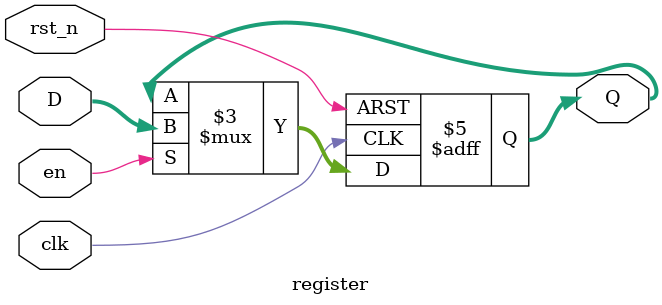
<source format=sv>

module register#(
    parameter int unsigned             WIDTH   = 32,
    parameter logic[WIDTH-1:0] RST_VAL = 'h0
)(
    input  logic clk,
    input  logic rst_n,
    input  logic en,
    input  logic[WIDTH-1:0] D,
    output logic[WIDTH-1:0] Q
);

always_ff @(posedge clk or negedge rst_n) begin
    if (~rst_n) begin
        Q <= RST_VAL;
    end else if (en) begin
        Q <= D;
    end
end

endmodule: register
</source>
